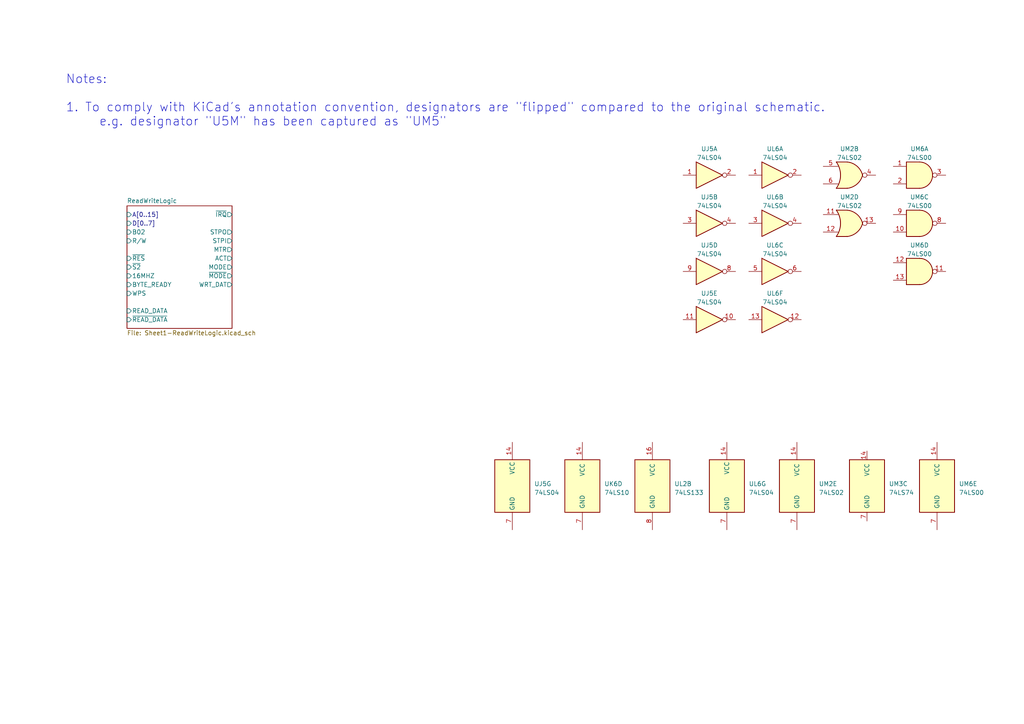
<source format=kicad_sch>
(kicad_sch (version 20230121) (generator eeschema)
  (paper "A4")
  (title_block (title "Commodore 2031") (comment 1 "Schematic 203138") (comment 2 "PCB Assembly 2031040"))
  (lib_symbols
    (symbol "74xx:74LS00" (pin_names (offset 1.016))
      (property "Reference" "U" (at 0 1.27 0))
      (property "Value" "74LS00" (at 0 -1.27 0))
      (symbol "74LS00_1_1"
        (arc (start 0 -3.81) (mid 3.7934 0) (end 0 3.81) (stroke (width 0.254)) (fill (type background)))
        (polyline (pts (xy 0 3.81) (xy -3.81 3.81) (xy -3.81 -3.81) (xy 0 -3.81)) (stroke (width 0.254)) (fill (type background)))
        (pin input line (at -7.62 2.54 0) (length 3.81) (name "~") (number "1"))
        (pin input line (at -7.62 -2.54 0) (length 3.81) (name "~") (number "2"))
        (pin output inverted (at 7.62 0 180) (length 3.81) (name "~") (number "3"))
      )
      (symbol "74LS00_1_2"
        (arc (start -3.81 -3.81) (mid -2.589 0) (end -3.81 3.81) (stroke (width 0.254)))
        (arc (start -0.6096 -3.81) (mid 2.1842 -2.5851) (end 3.81 0) (stroke (width 0.254)) (fill (type background)))
        (polyline (pts (xy -3.81 -3.81) (xy -0.635 -3.81)) (stroke (width 0.254)) (fill (type background)))
        (polyline (pts (xy -3.81 3.81) (xy -0.635 3.81)) (stroke (width 0.254)) (fill (type background)))
        (polyline (pts (xy -0.635 3.81) (xy -3.81 3.81) (xy -3.81 3.81) (xy -3.556 3.4036) (xy -3.0226 2.2606) (xy -2.6924 1.0414) (xy -2.6162 -0.254) (xy -2.7686 -1.4986) (xy -3.175 -2.7178) (xy -3.81 -3.81) (xy -3.81 -3.81) (xy -0.635 -3.81)) (stroke (width -25.4)) (fill (type background)))
        (arc (start 3.81 0) (mid 2.1915 2.5936) (end -0.6096 3.81) (stroke (width 0.254)) (fill (type background)))
        (pin input inverted (at -7.62 2.54 0) (length 4.318) (name "~") (number "1"))
        (pin input inverted (at -7.62 -2.54 0) (length 4.318) (name "~") (number "2"))
        (pin output line (at 7.62 0 180) (length 3.81) (name "~") (number "3"))
      )
      (symbol "74LS00_2_1"
        (arc (start 0 -3.81) (mid 3.7934 0) (end 0 3.81) (stroke (width 0.254)) (fill (type background)))
        (polyline (pts (xy 0 3.81) (xy -3.81 3.81) (xy -3.81 -3.81) (xy 0 -3.81)) (stroke (width 0.254)) (fill (type background)))
        (pin input line (at -7.62 2.54 0) (length 3.81) (name "~") (number "4"))
        (pin input line (at -7.62 -2.54 0) (length 3.81) (name "~") (number "5"))
        (pin output inverted (at 7.62 0 180) (length 3.81) (name "~") (number "6"))
      )
      (symbol "74LS00_2_2"
        (arc (start -3.81 -3.81) (mid -2.589 0) (end -3.81 3.81) (stroke (width 0.254)))
        (arc (start -0.6096 -3.81) (mid 2.1842 -2.5851) (end 3.81 0) (stroke (width 0.254)) (fill (type background)))
        (polyline (pts (xy -3.81 -3.81) (xy -0.635 -3.81)) (stroke (width 0.254)) (fill (type background)))
        (polyline (pts (xy -3.81 3.81) (xy -0.635 3.81)) (stroke (width 0.254)) (fill (type background)))
        (polyline (pts (xy -0.635 3.81) (xy -3.81 3.81) (xy -3.81 3.81) (xy -3.556 3.4036) (xy -3.0226 2.2606) (xy -2.6924 1.0414) (xy -2.6162 -0.254) (xy -2.7686 -1.4986) (xy -3.175 -2.7178) (xy -3.81 -3.81) (xy -3.81 -3.81) (xy -0.635 -3.81)) (stroke (width -25.4)) (fill (type background)))
        (arc (start 3.81 0) (mid 2.1915 2.5936) (end -0.6096 3.81) (stroke (width 0.254)) (fill (type background)))
        (pin input inverted (at -7.62 2.54 0) (length 4.318) (name "~") (number "4"))
        (pin input inverted (at -7.62 -2.54 0) (length 4.318) (name "~") (number "5"))
        (pin output line (at 7.62 0 180) (length 3.81) (name "~") (number "6"))
      )
      (symbol "74LS00_3_1"
        (arc (start 0 -3.81) (mid 3.7934 0) (end 0 3.81) (stroke (width 0.254)) (fill (type background)))
        (polyline (pts (xy 0 3.81) (xy -3.81 3.81) (xy -3.81 -3.81) (xy 0 -3.81)) (stroke (width 0.254)) (fill (type background)))
        (pin input line (at -7.62 -2.54 0) (length 3.81) (name "~") (number "10"))
        (pin output inverted (at 7.62 0 180) (length 3.81) (name "~") (number "8"))
        (pin input line (at -7.62 2.54 0) (length 3.81) (name "~") (number "9"))
      )
      (symbol "74LS00_3_2"
        (arc (start -3.81 -3.81) (mid -2.589 0) (end -3.81 3.81) (stroke (width 0.254)))
        (arc (start -0.6096 -3.81) (mid 2.1842 -2.5851) (end 3.81 0) (stroke (width 0.254)) (fill (type background)))
        (polyline (pts (xy -3.81 -3.81) (xy -0.635 -3.81)) (stroke (width 0.254)) (fill (type background)))
        (polyline (pts (xy -3.81 3.81) (xy -0.635 3.81)) (stroke (width 0.254)) (fill (type background)))
        (polyline (pts (xy -0.635 3.81) (xy -3.81 3.81) (xy -3.81 3.81) (xy -3.556 3.4036) (xy -3.0226 2.2606) (xy -2.6924 1.0414) (xy -2.6162 -0.254) (xy -2.7686 -1.4986) (xy -3.175 -2.7178) (xy -3.81 -3.81) (xy -3.81 -3.81) (xy -0.635 -3.81)) (stroke (width -25.4)) (fill (type background)))
        (arc (start 3.81 0) (mid 2.1915 2.5936) (end -0.6096 3.81) (stroke (width 0.254)) (fill (type background)))
        (pin input inverted (at -7.62 -2.54 0) (length 4.318) (name "~") (number "10"))
        (pin output line (at 7.62 0 180) (length 3.81) (name "~") (number "8"))
        (pin input inverted (at -7.62 2.54 0) (length 4.318) (name "~") (number "9"))
      )
      (symbol "74LS00_4_1"
        (arc (start 0 -3.81) (mid 3.7934 0) (end 0 3.81) (stroke (width 0.254)) (fill (type background)))
        (polyline (pts (xy 0 3.81) (xy -3.81 3.81) (xy -3.81 -3.81) (xy 0 -3.81)) (stroke (width 0.254)) (fill (type background)))
        (pin output inverted (at 7.62 0 180) (length 3.81) (name "~") (number "11"))
        (pin input line (at -7.62 2.54 0) (length 3.81) (name "~") (number "12"))
        (pin input line (at -7.62 -2.54 0) (length 3.81) (name "~") (number "13"))
      )
      (symbol "74LS00_4_2"
        (arc (start -3.81 -3.81) (mid -2.589 0) (end -3.81 3.81) (stroke (width 0.254)))
        (arc (start -0.6096 -3.81) (mid 2.1842 -2.5851) (end 3.81 0) (stroke (width 0.254)) (fill (type background)))
        (polyline (pts (xy -3.81 -3.81) (xy -0.635 -3.81)) (stroke (width 0.254)) (fill (type background)))
        (polyline (pts (xy -3.81 3.81) (xy -0.635 3.81)) (stroke (width 0.254)) (fill (type background)))
        (polyline (pts (xy -0.635 3.81) (xy -3.81 3.81) (xy -3.81 3.81) (xy -3.556 3.4036) (xy -3.0226 2.2606) (xy -2.6924 1.0414) (xy -2.6162 -0.254) (xy -2.7686 -1.4986) (xy -3.175 -2.7178) (xy -3.81 -3.81) (xy -3.81 -3.81) (xy -0.635 -3.81)) (stroke (width -25.4)) (fill (type background)))
        (arc (start 3.81 0) (mid 2.1915 2.5936) (end -0.6096 3.81) (stroke (width 0.254)) (fill (type background)))
        (pin output line (at 7.62 0 180) (length 3.81) (name "~") (number "11"))
        (pin input inverted (at -7.62 2.54 0) (length 4.318) (name "~") (number "12"))
        (pin input inverted (at -7.62 -2.54 0) (length 4.318) (name "~") (number "13"))
      )
      (symbol "74LS00_5_0"
        (pin power_in line (at 0 12.7 270) (length 5.08) (name "VCC") (number "14"))
        (pin power_in line (at 0 -12.7 90) (length 5.08) (name "GND") (number "7"))
      )
      (symbol "74LS00_5_1"
        (rectangle (start -5.08 7.62) (end 5.08 -7.62) (stroke (width 0.254)) (fill (type background)))
      )
    )
    (symbol "74xx:74LS02" (pin_names (offset 1.016))
      (property "Reference" "U" (at 0 1.27 0))
      (property "Value" "74LS02" (at 0 -1.27 0))
      (symbol "74LS02_1_1"
        (arc (start -3.81 -3.81) (mid -2.589 0) (end -3.81 3.81) (stroke (width 0.254)))
        (arc (start -0.6096 -3.81) (mid 2.1842 -2.5851) (end 3.81 0) (stroke (width 0.254)) (fill (type background)))
        (polyline (pts (xy -3.81 -3.81) (xy -0.635 -3.81)) (stroke (width 0.254)) (fill (type background)))
        (polyline (pts (xy -3.81 3.81) (xy -0.635 3.81)) (stroke (width 0.254)) (fill (type background)))
        (polyline (pts (xy -0.635 3.81) (xy -3.81 3.81) (xy -3.81 3.81) (xy -3.556 3.4036) (xy -3.0226 2.2606) (xy -2.6924 1.0414) (xy -2.6162 -0.254) (xy -2.7686 -1.4986) (xy -3.175 -2.7178) (xy -3.81 -3.81) (xy -3.81 -3.81) (xy -0.635 -3.81)) (stroke (width -25.4)) (fill (type background)))
        (arc (start 3.81 0) (mid 2.1915 2.5936) (end -0.6096 3.81) (stroke (width 0.254)) (fill (type background)))
        (pin output inverted (at 7.62 0 180) (length 3.81) (name "~") (number "1"))
        (pin input line (at -7.62 2.54 0) (length 4.318) (name "~") (number "2"))
        (pin input line (at -7.62 -2.54 0) (length 4.318) (name "~") (number "3"))
      )
      (symbol "74LS02_1_2"
        (arc (start 0 -3.81) (mid 3.7934 0) (end 0 3.81) (stroke (width 0.254)) (fill (type background)))
        (polyline (pts (xy 0 3.81) (xy -3.81 3.81) (xy -3.81 -3.81) (xy 0 -3.81)) (stroke (width 0.254)) (fill (type background)))
        (pin output line (at 7.62 0 180) (length 3.81) (name "~") (number "1"))
        (pin input inverted (at -7.62 2.54 0) (length 3.81) (name "~") (number "2"))
        (pin input inverted (at -7.62 -2.54 0) (length 3.81) (name "~") (number "3"))
      )
      (symbol "74LS02_2_1"
        (arc (start -3.81 -3.81) (mid -2.589 0) (end -3.81 3.81) (stroke (width 0.254)))
        (arc (start -0.6096 -3.81) (mid 2.1842 -2.5851) (end 3.81 0) (stroke (width 0.254)) (fill (type background)))
        (polyline (pts (xy -3.81 -3.81) (xy -0.635 -3.81)) (stroke (width 0.254)) (fill (type background)))
        (polyline (pts (xy -3.81 3.81) (xy -0.635 3.81)) (stroke (width 0.254)) (fill (type background)))
        (polyline (pts (xy -0.635 3.81) (xy -3.81 3.81) (xy -3.81 3.81) (xy -3.556 3.4036) (xy -3.0226 2.2606) (xy -2.6924 1.0414) (xy -2.6162 -0.254) (xy -2.7686 -1.4986) (xy -3.175 -2.7178) (xy -3.81 -3.81) (xy -3.81 -3.81) (xy -0.635 -3.81)) (stroke (width -25.4)) (fill (type background)))
        (arc (start 3.81 0) (mid 2.1915 2.5936) (end -0.6096 3.81) (stroke (width 0.254)) (fill (type background)))
        (pin output inverted (at 7.62 0 180) (length 3.81) (name "~") (number "4"))
        (pin input line (at -7.62 2.54 0) (length 4.318) (name "~") (number "5"))
        (pin input line (at -7.62 -2.54 0) (length 4.318) (name "~") (number "6"))
      )
      (symbol "74LS02_2_2"
        (arc (start 0 -3.81) (mid 3.7934 0) (end 0 3.81) (stroke (width 0.254)) (fill (type background)))
        (polyline (pts (xy 0 3.81) (xy -3.81 3.81) (xy -3.81 -3.81) (xy 0 -3.81)) (stroke (width 0.254)) (fill (type background)))
        (pin output line (at 7.62 0 180) (length 3.81) (name "~") (number "4"))
        (pin input inverted (at -7.62 2.54 0) (length 3.81) (name "~") (number "5"))
        (pin input inverted (at -7.62 -2.54 0) (length 3.81) (name "~") (number "6"))
      )
      (symbol "74LS02_3_1"
        (arc (start -3.81 -3.81) (mid -2.589 0) (end -3.81 3.81) (stroke (width 0.254)))
        (arc (start -0.6096 -3.81) (mid 2.1842 -2.5851) (end 3.81 0) (stroke (width 0.254)) (fill (type background)))
        (polyline (pts (xy -3.81 -3.81) (xy -0.635 -3.81)) (stroke (width 0.254)) (fill (type background)))
        (polyline (pts (xy -3.81 3.81) (xy -0.635 3.81)) (stroke (width 0.254)) (fill (type background)))
        (polyline (pts (xy -0.635 3.81) (xy -3.81 3.81) (xy -3.81 3.81) (xy -3.556 3.4036) (xy -3.0226 2.2606) (xy -2.6924 1.0414) (xy -2.6162 -0.254) (xy -2.7686 -1.4986) (xy -3.175 -2.7178) (xy -3.81 -3.81) (xy -3.81 -3.81) (xy -0.635 -3.81)) (stroke (width -25.4)) (fill (type background)))
        (arc (start 3.81 0) (mid 2.1915 2.5936) (end -0.6096 3.81) (stroke (width 0.254)) (fill (type background)))
        (pin output inverted (at 7.62 0 180) (length 3.81) (name "~") (number "10"))
        (pin input line (at -7.62 2.54 0) (length 4.318) (name "~") (number "8"))
        (pin input line (at -7.62 -2.54 0) (length 4.318) (name "~") (number "9"))
      )
      (symbol "74LS02_3_2"
        (arc (start 0 -3.81) (mid 3.7934 0) (end 0 3.81) (stroke (width 0.254)) (fill (type background)))
        (polyline (pts (xy 0 3.81) (xy -3.81 3.81) (xy -3.81 -3.81) (xy 0 -3.81)) (stroke (width 0.254)) (fill (type background)))
        (pin output line (at 7.62 0 180) (length 3.81) (name "~") (number "10"))
        (pin input inverted (at -7.62 2.54 0) (length 3.81) (name "~") (number "8"))
        (pin input inverted (at -7.62 -2.54 0) (length 3.81) (name "~") (number "9"))
      )
      (symbol "74LS02_4_1"
        (arc (start -3.81 -3.81) (mid -2.589 0) (end -3.81 3.81) (stroke (width 0.254)))
        (arc (start -0.6096 -3.81) (mid 2.1842 -2.5851) (end 3.81 0) (stroke (width 0.254)) (fill (type background)))
        (polyline (pts (xy -3.81 -3.81) (xy -0.635 -3.81)) (stroke (width 0.254)) (fill (type background)))
        (polyline (pts (xy -3.81 3.81) (xy -0.635 3.81)) (stroke (width 0.254)) (fill (type background)))
        (polyline (pts (xy -0.635 3.81) (xy -3.81 3.81) (xy -3.81 3.81) (xy -3.556 3.4036) (xy -3.0226 2.2606) (xy -2.6924 1.0414) (xy -2.6162 -0.254) (xy -2.7686 -1.4986) (xy -3.175 -2.7178) (xy -3.81 -3.81) (xy -3.81 -3.81) (xy -0.635 -3.81)) (stroke (width -25.4)) (fill (type background)))
        (arc (start 3.81 0) (mid 2.1915 2.5936) (end -0.6096 3.81) (stroke (width 0.254)) (fill (type background)))
        (pin input line (at -7.62 2.54 0) (length 4.318) (name "~") (number "11"))
        (pin input line (at -7.62 -2.54 0) (length 4.318) (name "~") (number "12"))
        (pin output inverted (at 7.62 0 180) (length 3.81) (name "~") (number "13"))
      )
      (symbol "74LS02_4_2"
        (arc (start 0 -3.81) (mid 3.7934 0) (end 0 3.81) (stroke (width 0.254)) (fill (type background)))
        (polyline (pts (xy 0 3.81) (xy -3.81 3.81) (xy -3.81 -3.81) (xy 0 -3.81)) (stroke (width 0.254)) (fill (type background)))
        (pin input inverted (at -7.62 2.54 0) (length 3.81) (name "~") (number "11"))
        (pin input inverted (at -7.62 -2.54 0) (length 3.81) (name "~") (number "12"))
        (pin output line (at 7.62 0 180) (length 3.81) (name "~") (number "13"))
      )
      (symbol "74LS02_5_0"
        (pin power_in line (at 0 12.7 270) (length 5.08) (name "VCC") (number "14"))
        (pin power_in line (at 0 -12.7 90) (length 5.08) (name "GND") (number "7"))
      )
      (symbol "74LS02_5_1"
        (rectangle (start -5.08 7.62) (end 5.08 -7.62) (stroke (width 0.254)) (fill (type background)))
      )
    )
    (symbol "74xx:74LS04"
      (property "Reference" "U" (at 0 1.27 0))
      (property "Value" "74LS04" (at 0 -1.27 0))
      (symbol "74LS04_1_0"
        (polyline (pts (xy -3.81 3.81) (xy -3.81 -3.81) (xy 3.81 0) (xy -3.81 3.81)) (stroke (width 0.254)) (fill (type background)))
        (pin input line (at -7.62 0 0) (length 3.81) (name "~") (number "1"))
        (pin output inverted (at 7.62 0 180) (length 3.81) (name "~") (number "2"))
      )
      (symbol "74LS04_2_0"
        (polyline (pts (xy -3.81 3.81) (xy -3.81 -3.81) (xy 3.81 0) (xy -3.81 3.81)) (stroke (width 0.254)) (fill (type background)))
        (pin input line (at -7.62 0 0) (length 3.81) (name "~") (number "3"))
        (pin output inverted (at 7.62 0 180) (length 3.81) (name "~") (number "4"))
      )
      (symbol "74LS04_3_0"
        (polyline (pts (xy -3.81 3.81) (xy -3.81 -3.81) (xy 3.81 0) (xy -3.81 3.81)) (stroke (width 0.254)) (fill (type background)))
        (pin input line (at -7.62 0 0) (length 3.81) (name "~") (number "5"))
        (pin output inverted (at 7.62 0 180) (length 3.81) (name "~") (number "6"))
      )
      (symbol "74LS04_4_0"
        (polyline (pts (xy -3.81 3.81) (xy -3.81 -3.81) (xy 3.81 0) (xy -3.81 3.81)) (stroke (width 0.254)) (fill (type background)))
        (pin output inverted (at 7.62 0 180) (length 3.81) (name "~") (number "8"))
        (pin input line (at -7.62 0 0) (length 3.81) (name "~") (number "9"))
      )
      (symbol "74LS04_5_0"
        (polyline (pts (xy -3.81 3.81) (xy -3.81 -3.81) (xy 3.81 0) (xy -3.81 3.81)) (stroke (width 0.254)) (fill (type background)))
        (pin output inverted (at 7.62 0 180) (length 3.81) (name "~") (number "10"))
        (pin input line (at -7.62 0 0) (length 3.81) (name "~") (number "11"))
      )
      (symbol "74LS04_6_0"
        (polyline (pts (xy -3.81 3.81) (xy -3.81 -3.81) (xy 3.81 0) (xy -3.81 3.81)) (stroke (width 0.254)) (fill (type background)))
        (pin output inverted (at 7.62 0 180) (length 3.81) (name "~") (number "12"))
        (pin input line (at -7.62 0 0) (length 3.81) (name "~") (number "13"))
      )
      (symbol "74LS04_7_0"
        (pin power_in line (at 0 12.7 270) (length 5.08) (name "VCC") (number "14"))
        (pin power_in line (at 0 -12.7 90) (length 5.08) (name "GND") (number "7"))
      )
      (symbol "74LS04_7_1"
        (rectangle (start -5.08 7.62) (end 5.08 -7.62) (stroke (width 0.254)) (fill (type background)))
      )
    )
    (symbol "74xx:74LS10" (pin_names (offset 1.016))
      (property "Reference" "U" (at 0 1.27 0))
      (property "Value" "74LS10" (at 0 -1.27 0))
      (symbol "74LS10_1_1"
        (arc (start 0 -3.81) (mid 3.7934 0) (end 0 3.81) (stroke (width 0.254)) (fill (type background)))
        (polyline (pts (xy 0 3.81) (xy -3.81 3.81) (xy -3.81 -3.81) (xy 0 -3.81)) (stroke (width 0.254)) (fill (type background)))
        (pin input line (at -7.62 2.54 0) (length 3.81) (name "~") (number "1"))
        (pin output inverted (at 7.62 0 180) (length 3.81) (name "~") (number "12"))
        (pin input line (at -7.62 -2.54 0) (length 3.81) (name "~") (number "13"))
        (pin input line (at -7.62 0 0) (length 3.81) (name "~") (number "2"))
      )
      (symbol "74LS10_1_2"
        (arc (start -3.81 -3.81) (mid -2.589 0) (end -3.81 3.81) (stroke (width 0.254)))
        (arc (start -0.6096 -3.81) (mid 2.1842 -2.5851) (end 3.81 0) (stroke (width 0.254)) (fill (type background)))
        (polyline (pts (xy -3.81 -3.81) (xy -0.635 -3.81)) (stroke (width 0.254)) (fill (type background)))
        (polyline (pts (xy -3.81 3.81) (xy -0.635 3.81)) (stroke (width 0.254)) (fill (type background)))
        (polyline (pts (xy -0.635 3.81) (xy -3.81 3.81) (xy -3.81 3.81) (xy -3.556 3.4036) (xy -3.0226 2.2606) (xy -2.6924 1.0414) (xy -2.6162 -0.254) (xy -2.7686 -1.4986) (xy -3.175 -2.7178) (xy -3.81 -3.81) (xy -3.81 -3.81) (xy -0.635 -3.81)) (stroke (width -25.4)) (fill (type background)))
        (arc (start 3.81 0) (mid 2.1915 2.5936) (end -0.6096 3.81) (stroke (width 0.254)) (fill (type background)))
        (pin input inverted (at -7.62 2.54 0) (length 4.318) (name "~") (number "1"))
        (pin output line (at 7.62 0 180) (length 3.81) (name "~") (number "12"))
        (pin input inverted (at -7.62 -2.54 0) (length 4.318) (name "~") (number "13"))
        (pin input inverted (at -7.62 0 0) (length 4.953) (name "~") (number "2"))
      )
      (symbol "74LS10_2_1"
        (arc (start 0 -3.81) (mid 3.7934 0) (end 0 3.81) (stroke (width 0.254)) (fill (type background)))
        (polyline (pts (xy 0 3.81) (xy -3.81 3.81) (xy -3.81 -3.81) (xy 0 -3.81)) (stroke (width 0.254)) (fill (type background)))
        (pin input line (at -7.62 2.54 0) (length 3.81) (name "~") (number "3"))
        (pin input line (at -7.62 0 0) (length 3.81) (name "~") (number "4"))
        (pin input line (at -7.62 -2.54 0) (length 3.81) (name "~") (number "5"))
        (pin output inverted (at 7.62 0 180) (length 3.81) (name "~") (number "6"))
      )
      (symbol "74LS10_2_2"
        (arc (start -3.81 -3.81) (mid -2.589 0) (end -3.81 3.81) (stroke (width 0.254)))
        (arc (start -0.6096 -3.81) (mid 2.1842 -2.5851) (end 3.81 0) (stroke (width 0.254)) (fill (type background)))
        (polyline (pts (xy -3.81 -3.81) (xy -0.635 -3.81)) (stroke (width 0.254)) (fill (type background)))
        (polyline (pts (xy -3.81 3.81) (xy -0.635 3.81)) (stroke (width 0.254)) (fill (type background)))
        (polyline (pts (xy -0.635 3.81) (xy -3.81 3.81) (xy -3.81 3.81) (xy -3.556 3.4036) (xy -3.0226 2.2606) (xy -2.6924 1.0414) (xy -2.6162 -0.254) (xy -2.7686 -1.4986) (xy -3.175 -2.7178) (xy -3.81 -3.81) (xy -3.81 -3.81) (xy -0.635 -3.81)) (stroke (width -25.4)) (fill (type background)))
        (arc (start 3.81 0) (mid 2.1915 2.5936) (end -0.6096 3.81) (stroke (width 0.254)) (fill (type background)))
        (pin input inverted (at -7.62 2.54 0) (length 4.318) (name "~") (number "3"))
        (pin input inverted (at -7.62 0 0) (length 4.953) (name "~") (number "4"))
        (pin input inverted (at -7.62 -2.54 0) (length 4.318) (name "~") (number "5"))
        (pin output line (at 7.62 0 180) (length 3.81) (name "~") (number "6"))
      )
      (symbol "74LS10_3_1"
        (arc (start 0 -3.81) (mid 3.7934 0) (end 0 3.81) (stroke (width 0.254)) (fill (type background)))
        (polyline (pts (xy 0 3.81) (xy -3.81 3.81) (xy -3.81 -3.81) (xy 0 -3.81)) (stroke (width 0.254)) (fill (type background)))
        (pin input line (at -7.62 0 0) (length 3.81) (name "~") (number "10"))
        (pin input line (at -7.62 -2.54 0) (length 3.81) (name "~") (number "11"))
        (pin output inverted (at 7.62 0 180) (length 3.81) (name "~") (number "8"))
        (pin input line (at -7.62 2.54 0) (length 3.81) (name "~") (number "9"))
      )
      (symbol "74LS10_3_2"
        (arc (start -3.81 -3.81) (mid -2.589 0) (end -3.81 3.81) (stroke (width 0.254)))
        (arc (start -0.6096 -3.81) (mid 2.1842 -2.5851) (end 3.81 0) (stroke (width 0.254)) (fill (type background)))
        (polyline (pts (xy -3.81 -3.81) (xy -0.635 -3.81)) (stroke (width 0.254)) (fill (type background)))
        (polyline (pts (xy -3.81 3.81) (xy -0.635 3.81)) (stroke (width 0.254)) (fill (type background)))
        (polyline (pts (xy -0.635 3.81) (xy -3.81 3.81) (xy -3.81 3.81) (xy -3.556 3.4036) (xy -3.0226 2.2606) (xy -2.6924 1.0414) (xy -2.6162 -0.254) (xy -2.7686 -1.4986) (xy -3.175 -2.7178) (xy -3.81 -3.81) (xy -3.81 -3.81) (xy -0.635 -3.81)) (stroke (width -25.4)) (fill (type background)))
        (arc (start 3.81 0) (mid 2.1915 2.5936) (end -0.6096 3.81) (stroke (width 0.254)) (fill (type background)))
        (pin input inverted (at -7.62 0 0) (length 4.953) (name "~") (number "10"))
        (pin input inverted (at -7.62 -2.54 0) (length 4.318) (name "~") (number "11"))
        (pin output line (at 7.62 0 180) (length 3.81) (name "~") (number "8"))
        (pin input inverted (at -7.62 2.54 0) (length 4.318) (name "~") (number "9"))
      )
      (symbol "74LS10_4_0"
        (pin power_in line (at 0 12.7 270) (length 5.08) (name "VCC") (number "14"))
        (pin power_in line (at 0 -12.7 90) (length 5.08) (name "GND") (number "7"))
      )
      (symbol "74LS10_4_1"
        (rectangle (start -5.08 7.62) (end 5.08 -7.62) (stroke (width 0.254)) (fill (type background)))
      )
    )
    (symbol "74xx:74LS133" (pin_names (offset 1.016))
      (property "Reference" "U" (at 0 1.27 0))
      (property "Value" "74LS133" (at 0 -1.27 0))
      (symbol "74LS133_1_1"
        (arc (start 0 -3.81) (mid 3.7934 0) (end 0 3.81) (stroke (width 0.254)) (fill (type background)))
        (polyline (pts (xy -3.81 15.24) (xy -3.81 -15.24)) (stroke (width 0.254)))
        (polyline (pts (xy 0 3.81) (xy -3.81 3.81) (xy -3.81 -3.81) (xy 0 -3.81)) (stroke (width 0.254)) (fill (type background)))
        (pin input line (at -7.62 15.24 0) (length 3.81) (name "~") (number "1"))
        (pin input line (at -7.62 -2.54 0) (length 3.81) (name "~") (number "10"))
        (pin input line (at -7.62 -5.08 0) (length 3.81) (name "~") (number "11"))
        (pin input line (at -7.62 -7.62 0) (length 3.81) (name "~") (number "12"))
        (pin input line (at -7.62 -10.16 0) (length 3.81) (name "~") (number "13"))
        (pin input line (at -7.62 -12.7 0) (length 3.81) (name "~") (number "14"))
        (pin input line (at -7.62 -15.24 0) (length 3.81) (name "~") (number "15"))
        (pin input line (at -7.62 12.7 0) (length 3.81) (name "~") (number "2"))
        (pin input line (at -7.62 10.16 0) (length 3.81) (name "~") (number "3"))
        (pin input line (at -7.62 7.62 0) (length 3.81) (name "~") (number "4"))
        (pin input line (at -7.62 5.08 0) (length 3.81) (name "~") (number "5"))
        (pin input line (at -7.62 2.54 0) (length 3.81) (name "~") (number "6"))
        (pin input line (at -7.62 0 0) (length 3.81) (name "~") (number "7"))
        (pin output inverted (at 7.62 0 180) (length 3.81) (name "~") (number "9"))
      )
      (symbol "74LS133_1_2"
        (arc (start -3.81 -3.81) (mid -2.589 0) (end -3.81 3.81) (stroke (width 0.254)))
        (arc (start -0.6096 -3.81) (mid 2.1842 -2.5851) (end 3.81 0) (stroke (width 0.254)) (fill (type background)))
        (polyline (pts (xy -3.81 -3.81) (xy -3.81 -15.24)) (stroke (width 0.254)))
        (polyline (pts (xy -3.81 -3.81) (xy -0.635 -3.81)) (stroke (width 0.254)) (fill (type background)))
        (polyline (pts (xy -3.81 3.81) (xy -0.635 3.81)) (stroke (width 0.254)) (fill (type background)))
        (polyline (pts (xy -3.81 15.24) (xy -3.81 3.81)) (stroke (width 0.254)))
        (polyline (pts (xy -0.635 3.81) (xy -3.81 3.81) (xy -3.81 3.81) (xy -3.556 3.4036) (xy -3.0226 2.2606) (xy -2.6924 1.0414) (xy -2.6162 -0.254) (xy -2.7686 -1.4986) (xy -3.175 -2.7178) (xy -3.81 -3.81) (xy -3.81 -3.81) (xy -0.635 -3.81)) (stroke (width -25.4)) (fill (type background)))
        (arc (start 3.81 0) (mid 2.1915 2.5936) (end -0.6096 3.81) (stroke (width 0.254)) (fill (type background)))
        (pin input inverted (at -7.62 15.24 0) (length 3.81) (name "~") (number "1"))
        (pin input inverted (at -7.62 -2.54 0) (length 4.5466) (name "~") (number "10"))
        (pin input inverted (at -7.62 -5.08 0) (length 3.81) (name "~") (number "11"))
        (pin input inverted (at -7.62 -7.62 0) (length 3.81) (name "~") (number "12"))
        (pin input inverted (at -7.62 -10.16 0) (length 3.81) (name "~") (number "13"))
        (pin input inverted (at -7.62 -12.7 0) (length 3.81) (name "~") (number "14"))
        (pin input inverted (at -7.62 -15.24 0) (length 3.81) (name "~") (number "15"))
        (pin input inverted (at -7.62 12.7 0) (length 3.81) (name "~") (number "2"))
        (pin input inverted (at -7.62 10.16 0) (length 3.81) (name "~") (number "3"))
        (pin input inverted (at -7.62 7.62 0) (length 3.81) (name "~") (number "4"))
        (pin input inverted (at -7.62 5.08 0) (length 3.81) (name "~") (number "5"))
        (pin input inverted (at -7.62 2.54 0) (length 4.5466) (name "~") (number "6"))
        (pin input inverted (at -7.62 0 0) (length 5.08) (name "~") (number "7"))
        (pin output line (at 7.62 0 180) (length 3.81) (name "~") (number "9"))
      )
      (symbol "74LS133_2_0"
        (pin power_in line (at 0 12.7 270) (length 5.08) (name "VCC") (number "16"))
        (pin power_in line (at 0 -12.7 90) (length 5.08) (name "GND") (number "8"))
      )
      (symbol "74LS133_2_1"
        (rectangle (start -5.08 7.62) (end 5.08 -7.62) (stroke (width 0.254)) (fill (type background)))
      )
    )
    (symbol "74xx:74LS74" (pin_names (offset 1.016))
      (property "Reference" "U" (at -7.62 8.89 0))
      (property "Value" "74LS74" (at -7.62 -8.89 0))
      (symbol "74LS74_1_0"
        (pin input line (at 0 -7.62 90) (length 2.54) (name "~{R}") (number "1"))
        (pin input line (at -7.62 2.54 0) (length 2.54) (name "D") (number "2"))
        (pin input clock (at -7.62 0 0) (length 2.54) (name "C") (number "3"))
        (pin input line (at 0 7.62 270) (length 2.54) (name "~{S}") (number "4"))
        (pin output line (at 7.62 2.54 180) (length 2.54) (name "Q") (number "5"))
        (pin output line (at 7.62 -2.54 180) (length 2.54) (name "~{Q}") (number "6"))
      )
      (symbol "74LS74_1_1"
        (rectangle (start -5.08 5.08) (end 5.08 -5.08) (stroke (width 0.254)) (fill (type background)))
      )
      (symbol "74LS74_2_0"
        (pin input line (at 0 7.62 270) (length 2.54) (name "~{S}") (number "10"))
        (pin input clock (at -7.62 0 0) (length 2.54) (name "C") (number "11"))
        (pin input line (at -7.62 2.54 0) (length 2.54) (name "D") (number "12"))
        (pin input line (at 0 -7.62 90) (length 2.54) (name "~{R}") (number "13"))
        (pin output line (at 7.62 -2.54 180) (length 2.54) (name "~{Q}") (number "8"))
        (pin output line (at 7.62 2.54 180) (length 2.54) (name "Q") (number "9"))
      )
      (symbol "74LS74_2_1"
        (rectangle (start -5.08 5.08) (end 5.08 -5.08) (stroke (width 0.254)) (fill (type background)))
      )
      (symbol "74LS74_3_0"
        (pin power_in line (at 0 10.16 270) (length 2.54) (name "VCC") (number "14"))
        (pin power_in line (at 0 -10.16 90) (length 2.54) (name "GND") (number "7"))
      )
      (symbol "74LS74_3_1"
        (rectangle (start -5.08 7.62) (end 5.08 -7.62) (stroke (width 0.254)) (fill (type background)))
      )
    )
  )
  (text "Notes:\n\n1. To comply with KiCad's annotation convention, designators are \"flipped\" compared to the original schematic.\n     e.g. designator \"U5M\" has been captured as \"UM5\"" (at 19.05 36.83 0) (effects (font (size 2.54 2.54)) (justify left bottom)))
  (symbol (lib_id "74xx:74LS02") (at 231.14 140.97 0) (unit 5)
    (property "Reference" "UM2" (at 237.49 140.335 0) (effects (justify left)))
    (property "Value" "74LS02" (at 237.49 142.875 0) (effects (justify left)))
    (property "Datasheet" "http://www.ti.com/lit/gpn/sn74ls02" (effects hide))
  )
  (symbol (lib_id "74xx:74LS04") (at 205.74 64.77 0) (unit 2)
    (property "Reference" "UJ5" (at 205.74 57.15 0))
    (property "Value" "74LS04" (at 205.74 59.69 0))
    (property "Datasheet" "http://www.ti.com/lit/gpn/sn74LS04" (effects hide))
  )
  (symbol (lib_id "74xx:74LS10") (at 168.91 140.97 0) (unit 4)
    (property "Reference" "UK6" (at 175.26 140.335 0) (effects (justify left)))
    (property "Value" "74LS10" (at 175.26 142.875 0) (effects (justify left)))
    (property "Datasheet" "http://www.ti.com/lit/gpn/sn74LS10" (effects hide))
  )
  (symbol (lib_id "74xx:74LS02") (at 246.38 64.77 0) (unit 4)
    (property "Reference" "UM2" (at 246.38 57.15 0))
    (property "Value" "74LS02" (at 246.38 59.69 0))
    (property "Datasheet" "http://www.ti.com/lit/gpn/sn74ls02" (effects hide))
  )
  (symbol (lib_id "74xx:74LS04") (at 224.79 92.71 0) (unit 6)
    (property "Reference" "UL6" (at 224.79 85.09 0))
    (property "Value" "74LS04" (at 224.79 87.63 0))
    (property "Datasheet" "http://www.ti.com/lit/gpn/sn74LS04" (effects hide))
  )
  (symbol (lib_id "74xx:74LS04") (at 205.74 50.8 0) (unit 1)
    (property "Reference" "UJ5" (at 205.74 43.18 0))
    (property "Value" "74LS04" (at 205.74 45.72 0))
    (property "Datasheet" "http://www.ti.com/lit/gpn/sn74LS04" (effects hide))
  )
  (symbol (lib_id "74xx:74LS04") (at 224.79 64.77 0) (unit 2)
    (property "Reference" "UL6" (at 224.79 57.15 0))
    (property "Value" "74LS04" (at 224.79 59.69 0))
    (property "Datasheet" "http://www.ti.com/lit/gpn/sn74LS04" (effects hide))
  )
  (symbol (lib_id "74xx:74LS04") (at 205.74 78.74 0) (unit 4)
    (property "Reference" "UJ5" (at 205.74 71.12 0))
    (property "Value" "74LS04" (at 205.74 73.66 0))
    (property "Datasheet" "http://www.ti.com/lit/gpn/sn74LS04" (effects hide))
  )
  (symbol (lib_id "74xx:74LS00") (at 266.7 50.8 0) (unit 1)
    (property "Reference" "UM6" (at 266.6917 43.18 0))
    (property "Value" "74LS00" (at 266.6917 45.72 0))
    (property "Datasheet" "http://www.ti.com/lit/gpn/sn74ls00" (effects hide))
  )
  (symbol (lib_id "74xx:74LS04") (at 205.74 92.71 0) (unit 5)
    (property "Reference" "UJ5" (at 205.74 85.09 0))
    (property "Value" "74LS04" (at 205.74 87.63 0))
    (property "Datasheet" "http://www.ti.com/lit/gpn/sn74LS04" (effects hide))
  )
  (symbol (lib_id "74xx:74LS04") (at 148.59 140.97 0) (unit 7)
    (property "Reference" "UJ5" (at 154.94 140.335 0) (effects (justify left)))
    (property "Value" "74LS04" (at 154.94 142.875 0) (effects (justify left)))
    (property "Datasheet" "http://www.ti.com/lit/gpn/sn74LS04" (effects hide))
  )
  (symbol (lib_id "74xx:74LS04") (at 224.79 78.74 0) (unit 3)
    (property "Reference" "UL6" (at 224.79 71.12 0))
    (property "Value" "74LS04" (at 224.79 73.66 0))
    (property "Datasheet" "http://www.ti.com/lit/gpn/sn74LS04" (effects hide))
  )
  (symbol (lib_id "74xx:74LS04") (at 210.82 140.97 0) (unit 7)
    (property "Reference" "UL6" (at 217.17 140.335 0) (effects (justify left)))
    (property "Value" "74LS04" (at 217.17 142.875 0) (effects (justify left)))
    (property "Datasheet" "http://www.ti.com/lit/gpn/sn74LS04" (effects hide))
  )
  (symbol (lib_id "74xx:74LS00") (at 266.7 78.74 0) (unit 4)
    (property "Reference" "UM6" (at 266.6917 71.12 0))
    (property "Value" "74LS00" (at 266.6917 73.66 0))
    (property "Datasheet" "http://www.ti.com/lit/gpn/sn74ls00" (effects hide))
  )
  (symbol (lib_id "74xx:74LS04") (at 224.79 50.8 0) (unit 1)
    (property "Reference" "UL6" (at 224.79 43.18 0))
    (property "Value" "74LS04" (at 224.79 45.72 0))
    (property "Datasheet" "http://www.ti.com/lit/gpn/sn74LS04" (effects hide))
  )
  (symbol (lib_id "74xx:74LS00") (at 266.7 64.77 0) (unit 3)
    (property "Reference" "UM6" (at 266.6917 57.15 0))
    (property "Value" "74LS00" (at 266.6917 59.69 0))
    (property "Datasheet" "http://www.ti.com/lit/gpn/sn74ls00" (effects hide))
  )
  (symbol (lib_id "74xx:74LS133") (at 189.23 140.97 0) (unit 2)
    (property "Reference" "UL2" (at 195.58 140.335 0) (effects (justify left)))
    (property "Value" "74LS133" (at 195.58 142.875 0) (effects (justify left)))
    (property "Datasheet" "http://www.ti.com/lit/gpn/sn74LS133" (effects hide))
  )
  (symbol (lib_id "74xx:74LS00") (at 271.78 140.97 0) (unit 5)
    (property "Reference" "UM6" (at 278.13 140.335 0) (effects (justify left)))
    (property "Value" "74LS00" (at 278.13 142.875 0) (effects (justify left)))
    (property "Datasheet" "http://www.ti.com/lit/gpn/sn74ls00" (effects hide))
  )
  (symbol (lib_id "74xx:74LS02") (at 246.38 50.8 0) (unit 2)
    (property "Reference" "UM2" (at 246.38 43.18 0))
    (property "Value" "74LS02" (at 246.38 45.72 0))
    (property "Datasheet" "http://www.ti.com/lit/gpn/sn74ls02" (effects hide))
  )
  (symbol (lib_id "74xx:74LS74") (at 251.46 140.97 0) (unit 3)
    (property "Reference" "UM3" (at 257.81 140.335 0) (effects (justify left)))
    (property "Value" "74LS74" (at 257.81 142.875 0) (effects (justify left)))
    (property "Datasheet" "74xx/74hc_hct74.pdf" (effects hide))
  )
  (sheet (at 36.83 59.69) (size 30.48 35.56) (stroke (width 0.1524))
    (property "Sheetname" "ReadWriteLogic" (at 36.83 58.9784 0) (effects (justify left bottom)))
    (property "Sheetfile" "Sheet1-ReadWriteLogic.kicad_sch" (at 36.83 95.8346 0) (effects (justify left top)))
    (pin "~{READ_DATA}" input (at 36.83 92.71 180))
    (pin "B02" input (at 36.83 67.31 180))
    (pin "R{slash}W" input (at 36.83 69.85 180))
    (pin "A[0..15]" input (at 36.83 62.23 180))
    (pin "~{RES}" input (at 36.83 74.93 180))
    (pin "~{IRQ}" output (at 67.31 62.23 0))
    (pin "~{S2}" input (at 36.83 77.47 180))
    (pin "STPI" output (at 67.31 69.85 0))
    (pin "ACT" output (at 67.31 74.93 0))
    (pin "MTR" output (at 67.31 72.39 0))
    (pin "STPO" output (at 67.31 67.31 0))
    (pin "WPS" input (at 36.83 85.09 180))
    (pin "MODE" output (at 67.31 77.47 0))
    (pin "D[0..7]" input (at 36.83 64.77 180))
    (pin "WRT_DAT" output (at 67.31 82.55 0))
    (pin "~{MODE}" output (at 67.31 80.01 0))
    (pin "16MHZ" input (at 36.83 80.01 180))
    (pin "READ_DATA" input (at 36.83 90.17 180))
    (pin "BYTE_READY" input (at 36.83 82.55 180))
  )
)
</source>
